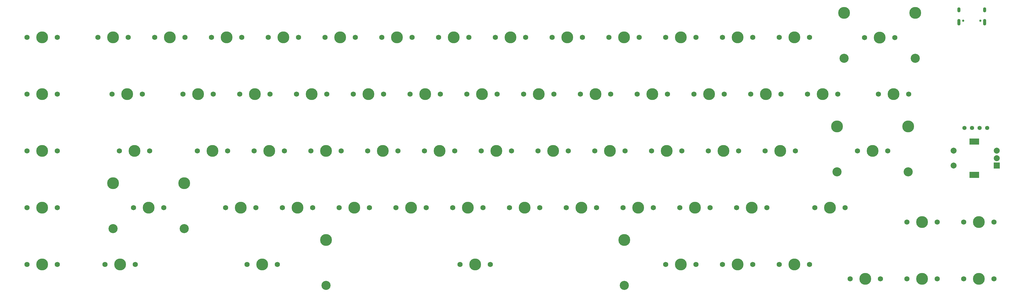
<source format=gbr>
%TF.GenerationSoftware,KiCad,Pcbnew,(5.1.9)-1*%
%TF.CreationDate,2021-07-17T21:13:41-07:00*%
%TF.ProjectId,unsplit-keyboard,756e7370-6c69-4742-9d6b-6579626f6172,rev?*%
%TF.SameCoordinates,Original*%
%TF.FileFunction,Soldermask,Top*%
%TF.FilePolarity,Negative*%
%FSLAX46Y46*%
G04 Gerber Fmt 4.6, Leading zero omitted, Abs format (unit mm)*
G04 Created by KiCad (PCBNEW (5.1.9)-1) date 2021-07-17 21:13:41*
%MOMM*%
%LPD*%
G01*
G04 APERTURE LIST*
%ADD10C,3.987800*%
%ADD11C,1.750000*%
%ADD12C,0.750000*%
%ADD13O,1.100000X2.200000*%
%ADD14O,1.100000X1.700000*%
%ADD15C,3.048000*%
%ADD16C,2.000000*%
%ADD17R,3.200000X2.000000*%
%ADD18R,2.000000X2.000000*%
%ADD19C,1.397000*%
G04 APERTURE END LIST*
D10*
%TO.C,MX59*%
X339725000Y-87312500D03*
D11*
X344805000Y-87312500D03*
X334645000Y-87312500D03*
%TD*%
D12*
%TO.C,USB1*%
X340235020Y-19745020D03*
X334455020Y-19745020D03*
D13*
X333025020Y-20275020D03*
X341665020Y-20275020D03*
D14*
X333025020Y-16095020D03*
X341665020Y-16095020D03*
%TD*%
D10*
%TO.C,MX63*%
X120688100Y-93345000D03*
X220687900Y-93345000D03*
D15*
X120688100Y-108585000D03*
X220687900Y-108585000D03*
D11*
X165608000Y-101600000D03*
X175768000Y-101600000D03*
D10*
X170688000Y-101600000D03*
%TD*%
D16*
%TO.C,ENC1*%
X331200350Y-63408550D03*
X331200350Y-68408550D03*
D17*
X338200350Y-60308550D03*
X338200350Y-71508550D03*
D16*
X345700350Y-63408550D03*
X345700350Y-65908550D03*
D18*
X345700350Y-68408550D03*
%TD*%
D11*
%TO.C,MX30*%
X306011580Y-44450000D03*
X316171580Y-44450000D03*
D10*
X311091580Y-44450000D03*
%TD*%
%TO.C,MX44*%
X304006250Y-63500000D03*
D11*
X309086250Y-63500000D03*
X298926250Y-63500000D03*
D15*
X315944250Y-70485000D03*
X292068250Y-70485000D03*
D10*
X315944250Y-55245000D03*
X292068250Y-55245000D03*
%TD*%
%TO.C,MX2*%
X49212500Y-25400000D03*
D11*
X54292500Y-25400000D03*
X44132500Y-25400000D03*
%TD*%
D19*
%TO.C,OL1*%
X334899000Y-55753000D03*
X337439000Y-55753000D03*
X339979000Y-55753000D03*
X342519000Y-55753000D03*
%TD*%
D10*
%TO.C,MX69*%
X339725000Y-106362500D03*
D11*
X344805000Y-106362500D03*
X334645000Y-106362500D03*
%TD*%
D10*
%TO.C,MX68*%
X320675000Y-106362500D03*
D11*
X325755000Y-106362500D03*
X315595000Y-106362500D03*
%TD*%
D10*
%TO.C,MX67*%
X301625000Y-106362500D03*
D11*
X306705000Y-106362500D03*
X296545000Y-106362500D03*
%TD*%
D10*
%TO.C,MX66*%
X277812500Y-101600000D03*
D11*
X282892500Y-101600000D03*
X272732500Y-101600000D03*
%TD*%
D10*
%TO.C,MX65*%
X258762500Y-101600000D03*
D11*
X263842500Y-101600000D03*
X253682500Y-101600000D03*
%TD*%
D10*
%TO.C,MX64*%
X239712500Y-101600000D03*
D11*
X244792500Y-101600000D03*
X234632500Y-101600000D03*
%TD*%
D10*
%TO.C,MX62*%
X99218750Y-101600000D03*
D11*
X104298750Y-101600000D03*
X94138750Y-101600000D03*
%TD*%
D10*
%TO.C,MX61*%
X51593750Y-101600000D03*
D11*
X56673750Y-101600000D03*
X46513750Y-101600000D03*
%TD*%
D10*
%TO.C,MX60*%
X25400000Y-101600000D03*
D11*
X30480000Y-101600000D03*
X20320000Y-101600000D03*
%TD*%
D10*
%TO.C,MX58*%
X320675000Y-87312500D03*
D11*
X325755000Y-87312500D03*
X315595000Y-87312500D03*
%TD*%
D10*
%TO.C,MX57*%
X289718750Y-82550000D03*
D11*
X294798750Y-82550000D03*
X284638750Y-82550000D03*
%TD*%
D10*
%TO.C,MX56*%
X263525000Y-82550000D03*
D11*
X268605000Y-82550000D03*
X258445000Y-82550000D03*
%TD*%
D10*
%TO.C,MX55*%
X244475000Y-82550000D03*
D11*
X249555000Y-82550000D03*
X239395000Y-82550000D03*
%TD*%
D10*
%TO.C,MX54*%
X225425000Y-82550000D03*
D11*
X230505000Y-82550000D03*
X220345000Y-82550000D03*
%TD*%
D10*
%TO.C,MX53*%
X206375000Y-82550000D03*
D11*
X211455000Y-82550000D03*
X201295000Y-82550000D03*
%TD*%
D10*
%TO.C,MX52*%
X187325000Y-82550000D03*
D11*
X192405000Y-82550000D03*
X182245000Y-82550000D03*
%TD*%
D10*
%TO.C,MX51*%
X168275000Y-82550000D03*
D11*
X173355000Y-82550000D03*
X163195000Y-82550000D03*
%TD*%
D10*
%TO.C,MX50*%
X149225000Y-82550000D03*
D11*
X154305000Y-82550000D03*
X144145000Y-82550000D03*
%TD*%
D10*
%TO.C,MX49*%
X130175000Y-82550000D03*
D11*
X135255000Y-82550000D03*
X125095000Y-82550000D03*
%TD*%
D10*
%TO.C,MX48*%
X111125000Y-82550000D03*
D11*
X116205000Y-82550000D03*
X106045000Y-82550000D03*
%TD*%
D10*
%TO.C,MX47*%
X92075000Y-82550000D03*
D11*
X97155000Y-82550000D03*
X86995000Y-82550000D03*
%TD*%
D10*
%TO.C,MX46*%
X61118750Y-82550000D03*
D11*
X66198750Y-82550000D03*
X56038750Y-82550000D03*
D15*
X73056750Y-89535000D03*
X49180750Y-89535000D03*
D10*
X73056750Y-74295000D03*
X49180750Y-74295000D03*
%TD*%
%TO.C,MX45*%
X25400000Y-82550000D03*
D11*
X30480000Y-82550000D03*
X20320000Y-82550000D03*
%TD*%
D10*
%TO.C,MX43*%
X273050000Y-63500000D03*
D11*
X278130000Y-63500000D03*
X267970000Y-63500000D03*
%TD*%
D10*
%TO.C,MX42*%
X254000000Y-63500000D03*
D11*
X259080000Y-63500000D03*
X248920000Y-63500000D03*
%TD*%
D10*
%TO.C,MX41*%
X234950000Y-63500000D03*
D11*
X240030000Y-63500000D03*
X229870000Y-63500000D03*
%TD*%
D10*
%TO.C,MX40*%
X215900000Y-63500000D03*
D11*
X220980000Y-63500000D03*
X210820000Y-63500000D03*
%TD*%
D10*
%TO.C,MX39*%
X196850000Y-63500000D03*
D11*
X201930000Y-63500000D03*
X191770000Y-63500000D03*
%TD*%
D10*
%TO.C,MX38*%
X177800000Y-63500000D03*
D11*
X182880000Y-63500000D03*
X172720000Y-63500000D03*
%TD*%
D10*
%TO.C,MX37*%
X158750000Y-63500000D03*
D11*
X163830000Y-63500000D03*
X153670000Y-63500000D03*
%TD*%
D10*
%TO.C,MX36*%
X139700000Y-63500000D03*
D11*
X144780000Y-63500000D03*
X134620000Y-63500000D03*
%TD*%
D10*
%TO.C,MX35*%
X120650000Y-63500000D03*
D11*
X125730000Y-63500000D03*
X115570000Y-63500000D03*
%TD*%
D10*
%TO.C,MX34*%
X101600000Y-63500000D03*
D11*
X106680000Y-63500000D03*
X96520000Y-63500000D03*
%TD*%
D10*
%TO.C,MX33*%
X82550000Y-63500000D03*
D11*
X87630000Y-63500000D03*
X77470000Y-63500000D03*
%TD*%
D10*
%TO.C,MX32*%
X56356250Y-63500000D03*
D11*
X61436250Y-63500000D03*
X51276250Y-63500000D03*
%TD*%
D10*
%TO.C,MX31*%
X25400000Y-63500000D03*
D11*
X30480000Y-63500000D03*
X20320000Y-63500000D03*
%TD*%
D10*
%TO.C,MX29*%
X287274000Y-44450000D03*
D11*
X292354000Y-44450000D03*
X282194000Y-44450000D03*
%TD*%
D10*
%TO.C,MX28*%
X268224000Y-44450000D03*
D11*
X273304000Y-44450000D03*
X263144000Y-44450000D03*
%TD*%
D10*
%TO.C,MX27*%
X249174000Y-44450000D03*
D11*
X254254000Y-44450000D03*
X244094000Y-44450000D03*
%TD*%
D10*
%TO.C,MX26*%
X230124000Y-44450000D03*
D11*
X235204000Y-44450000D03*
X225044000Y-44450000D03*
%TD*%
D10*
%TO.C,MX25*%
X211074000Y-44450000D03*
D11*
X216154000Y-44450000D03*
X205994000Y-44450000D03*
%TD*%
D10*
%TO.C,MX24*%
X192024000Y-44450000D03*
D11*
X197104000Y-44450000D03*
X186944000Y-44450000D03*
%TD*%
D10*
%TO.C,MX23*%
X172974000Y-44450000D03*
D11*
X178054000Y-44450000D03*
X167894000Y-44450000D03*
%TD*%
D10*
%TO.C,MX22*%
X153924000Y-44450000D03*
D11*
X159004000Y-44450000D03*
X148844000Y-44450000D03*
%TD*%
D10*
%TO.C,MX21*%
X134874000Y-44450000D03*
D11*
X139954000Y-44450000D03*
X129794000Y-44450000D03*
%TD*%
D10*
%TO.C,MX20*%
X115824000Y-44450000D03*
D11*
X120904000Y-44450000D03*
X110744000Y-44450000D03*
%TD*%
D10*
%TO.C,MX19*%
X96774000Y-44450000D03*
D11*
X101854000Y-44450000D03*
X91694000Y-44450000D03*
%TD*%
D10*
%TO.C,MX18*%
X77724000Y-44450000D03*
D11*
X82804000Y-44450000D03*
X72644000Y-44450000D03*
%TD*%
D10*
%TO.C,MX17*%
X53975000Y-44450000D03*
D11*
X59055000Y-44450000D03*
X48895000Y-44450000D03*
%TD*%
D10*
%TO.C,MX16*%
X25405080Y-44450000D03*
D11*
X30485080Y-44450000D03*
X20325080Y-44450000D03*
%TD*%
D10*
%TO.C,MX15*%
X294452040Y-17152620D03*
X318328040Y-17152620D03*
D15*
X294452040Y-32392620D03*
X318328040Y-32392620D03*
D11*
X301310040Y-25407620D03*
X311470040Y-25407620D03*
D10*
X306390040Y-25407620D03*
%TD*%
%TO.C,MX14*%
X277812500Y-25400000D03*
D11*
X282892500Y-25400000D03*
X272732500Y-25400000D03*
%TD*%
D10*
%TO.C,MX13*%
X258762500Y-25400000D03*
D11*
X263842500Y-25400000D03*
X253682500Y-25400000D03*
%TD*%
D10*
%TO.C,MX12*%
X239712500Y-25400000D03*
D11*
X244792500Y-25400000D03*
X234632500Y-25400000D03*
%TD*%
D10*
%TO.C,MX11*%
X220662500Y-25400000D03*
D11*
X225742500Y-25400000D03*
X215582500Y-25400000D03*
%TD*%
D10*
%TO.C,MX10*%
X201612500Y-25400000D03*
D11*
X206692500Y-25400000D03*
X196532500Y-25400000D03*
%TD*%
D10*
%TO.C,MX9*%
X182562500Y-25400000D03*
D11*
X187642500Y-25400000D03*
X177482500Y-25400000D03*
%TD*%
D10*
%TO.C,MX8*%
X163512500Y-25400000D03*
D11*
X168592500Y-25400000D03*
X158432500Y-25400000D03*
%TD*%
D10*
%TO.C,MX7*%
X144462500Y-25400000D03*
D11*
X149542500Y-25400000D03*
X139382500Y-25400000D03*
%TD*%
D10*
%TO.C,MX6*%
X125412500Y-25400000D03*
D11*
X130492500Y-25400000D03*
X120332500Y-25400000D03*
%TD*%
D10*
%TO.C,MX5*%
X106362500Y-25400000D03*
D11*
X111442500Y-25400000D03*
X101282500Y-25400000D03*
%TD*%
D10*
%TO.C,MX4*%
X87312500Y-25400000D03*
D11*
X92392500Y-25400000D03*
X82232500Y-25400000D03*
%TD*%
D10*
%TO.C,MX3*%
X68262500Y-25400000D03*
D11*
X73342500Y-25400000D03*
X63182500Y-25400000D03*
%TD*%
D10*
%TO.C,MX1*%
X25400000Y-25400000D03*
D11*
X30480000Y-25400000D03*
X20320000Y-25400000D03*
%TD*%
M02*

</source>
